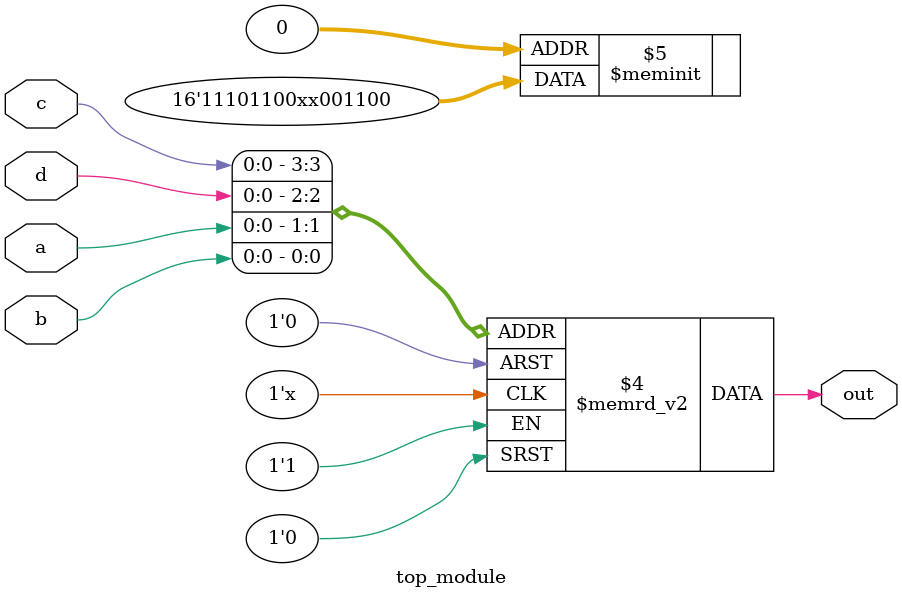
<source format=sv>
module top_module (
    input a, 
    input b,
    input c,
    input d,
    output reg out
);

always @(*) begin
    case ({c, d, a, b})
        4'b0000: out = 1'b0;
        4'b0001: out = 1'b0; // Don't-care condition set to convenient 0
        4'b0010: out = 1'b1;
        4'b0011: out = 1'b1;

        4'b0100: out = 1'b0;
        4'b0101: out = 1'b0;
        4'b0110: out = 1'bx; // Don't-care condition
        4'b0111: out = 1'bx; // Don't-care condition

        4'b1000: out = 1'b0;
        4'b1001: out = 1'b0;
        4'b1010: out = 1'b1;
        4'b1011: out = 1'b1;

        4'b1100: out = 1'b0;
        4'b1101: out = 1'b1;
        4'b1110: out = 1'b1;
        4'b1111: out = 1'b1;

        default: out = 1'b0; // Default to convenient 0 for safety
    endcase
end

endmodule

</source>
